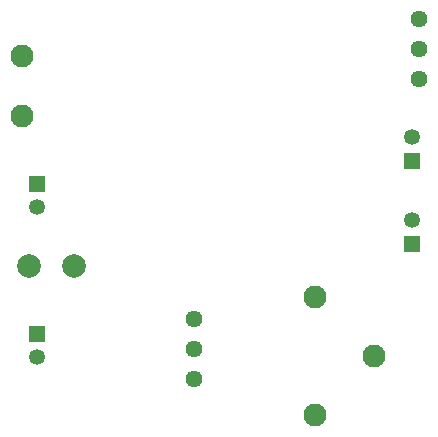
<source format=gbr>
%TF.GenerationSoftware,KiCad,Pcbnew,(5.1.8)-1*%
%TF.CreationDate,2021-01-15T14:34:29+00:00*%
%TF.ProjectId,Bat_Listner_JLCPCB,4261745f-4c69-4737-946e-65725f4a4c43,rev?*%
%TF.SameCoordinates,Original*%
%TF.FileFunction,Soldermask,Bot*%
%TF.FilePolarity,Negative*%
%FSLAX46Y46*%
G04 Gerber Fmt 4.6, Leading zero omitted, Abs format (unit mm)*
G04 Created by KiCad (PCBNEW (5.1.8)-1) date 2021-01-15 14:34:29*
%MOMM*%
%LPD*%
G01*
G04 APERTURE LIST*
%ADD10C,1.350000*%
%ADD11R,1.350000X1.350000*%
%ADD12C,1.950000*%
%ADD13C,1.440000*%
%ADD14C,2.000000*%
G04 APERTURE END LIST*
D10*
%TO.C,J2*%
X137795000Y-71850000D03*
D11*
X137795000Y-69850000D03*
%TD*%
%TO.C,J3*%
X169545000Y-67945000D03*
D10*
X169545000Y-65945000D03*
%TD*%
D11*
%TO.C,J5*%
X169545000Y-74930000D03*
D10*
X169545000Y-72930000D03*
%TD*%
D12*
%TO.C,J6*%
X166370000Y-84455000D03*
X161370000Y-79455000D03*
X161370000Y-89455000D03*
%TD*%
D13*
%TO.C,RV1*%
X151130000Y-81280000D03*
X151130000Y-83820000D03*
X151130000Y-86360000D03*
%TD*%
%TO.C,RV2*%
X170180000Y-55880000D03*
X170180000Y-58420000D03*
X170180000Y-60960000D03*
%TD*%
D14*
%TO.C,TP2*%
X140970000Y-76835000D03*
%TD*%
%TO.C,TP1*%
X137160000Y-76835000D03*
%TD*%
D11*
%TO.C,J4*%
X137795000Y-82550000D03*
D10*
X137795000Y-84550000D03*
%TD*%
D12*
%TO.C,IC3*%
X136525000Y-59095000D03*
X136525000Y-64095000D03*
%TD*%
M02*

</source>
